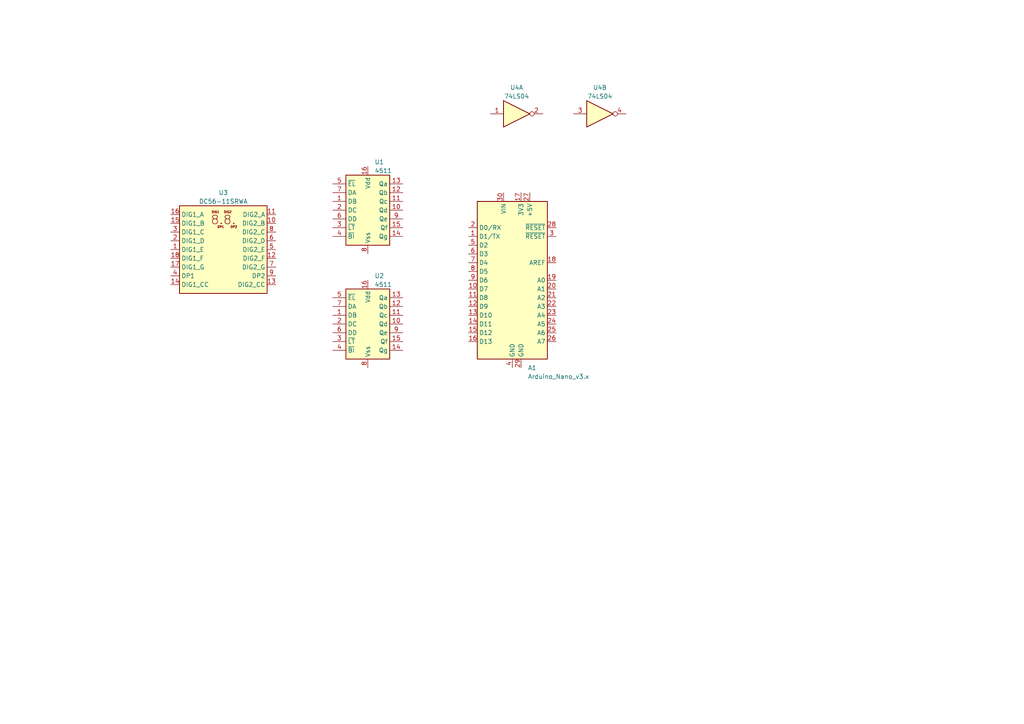
<source format=kicad_sch>
(kicad_sch (version 20230121) (generator eeschema)

  (uuid c63939c5-13f5-40d8-8ccb-4274bd66ae94)

  (paper "A4")

  (lib_symbols
    (symbol "4xxx_IEEE:4511" (in_bom yes) (on_board yes)
      (property "Reference" "U" (at 8.89 11.43 0)
        (effects (font (size 1.27 1.27)))
      )
      (property "Value" "4511" (at 8.89 -11.43 0)
        (effects (font (size 1.27 1.27)))
      )
      (property "Footprint" "" (at 0 0 0)
        (effects (font (size 1.27 1.27)) hide)
      )
      (property "Datasheet" "" (at 0 0 0)
        (effects (font (size 1.27 1.27)) hide)
      )
      (symbol "4511_0_1"
        (rectangle (start -6.35 10.16) (end 6.35 -10.16)
          (stroke (width 0.254) (type default))
          (fill (type background))
        )
      )
      (symbol "4511_1_1"
        (pin input line (at -10.16 2.54 0) (length 3.81)
          (name "DB" (effects (font (size 1.27 1.27))))
          (number "1" (effects (font (size 1.27 1.27))))
        )
        (pin output line (at 10.16 0 180) (length 3.81)
          (name "Qd" (effects (font (size 1.27 1.27))))
          (number "10" (effects (font (size 1.27 1.27))))
        )
        (pin output line (at 10.16 2.54 180) (length 3.81)
          (name "Qc" (effects (font (size 1.27 1.27))))
          (number "11" (effects (font (size 1.27 1.27))))
        )
        (pin output line (at 10.16 5.08 180) (length 3.81)
          (name "Qb" (effects (font (size 1.27 1.27))))
          (number "12" (effects (font (size 1.27 1.27))))
        )
        (pin output line (at 10.16 7.62 180) (length 3.81)
          (name "Qa" (effects (font (size 1.27 1.27))))
          (number "13" (effects (font (size 1.27 1.27))))
        )
        (pin output line (at 10.16 -7.62 180) (length 3.81)
          (name "Qg" (effects (font (size 1.27 1.27))))
          (number "14" (effects (font (size 1.27 1.27))))
        )
        (pin output line (at 10.16 -5.08 180) (length 3.81)
          (name "Qf" (effects (font (size 1.27 1.27))))
          (number "15" (effects (font (size 1.27 1.27))))
        )
        (pin power_in line (at 0 12.7 270) (length 2.54)
          (name "Vdd" (effects (font (size 1.27 1.27))))
          (number "16" (effects (font (size 1.27 1.27))))
        )
        (pin input line (at -10.16 0 0) (length 3.81)
          (name "DC" (effects (font (size 1.27 1.27))))
          (number "2" (effects (font (size 1.27 1.27))))
        )
        (pin input line (at -10.16 -5.08 0) (length 3.81)
          (name "~{LT}" (effects (font (size 1.27 1.27))))
          (number "3" (effects (font (size 1.27 1.27))))
        )
        (pin input line (at -10.16 -7.62 0) (length 3.81)
          (name "~{BI}" (effects (font (size 1.27 1.27))))
          (number "4" (effects (font (size 1.27 1.27))))
        )
        (pin input line (at -10.16 7.62 0) (length 3.81)
          (name "~{EL}" (effects (font (size 1.27 1.27))))
          (number "5" (effects (font (size 1.27 1.27))))
        )
        (pin input line (at -10.16 -2.54 0) (length 3.81)
          (name "DD" (effects (font (size 1.27 1.27))))
          (number "6" (effects (font (size 1.27 1.27))))
        )
        (pin input line (at -10.16 5.08 0) (length 3.81)
          (name "DA" (effects (font (size 1.27 1.27))))
          (number "7" (effects (font (size 1.27 1.27))))
        )
        (pin power_in line (at 0 -12.7 90) (length 2.54)
          (name "Vss" (effects (font (size 1.27 1.27))))
          (number "8" (effects (font (size 1.27 1.27))))
        )
        (pin output line (at 10.16 -2.54 180) (length 3.81)
          (name "Qe" (effects (font (size 1.27 1.27))))
          (number "9" (effects (font (size 1.27 1.27))))
        )
      )
    )
    (symbol "74xx:74LS04" (in_bom yes) (on_board yes)
      (property "Reference" "U" (at 0 1.27 0)
        (effects (font (size 1.27 1.27)))
      )
      (property "Value" "74LS04" (at 0 -1.27 0)
        (effects (font (size 1.27 1.27)))
      )
      (property "Footprint" "" (at 0 0 0)
        (effects (font (size 1.27 1.27)) hide)
      )
      (property "Datasheet" "http://www.ti.com/lit/gpn/sn74LS04" (at 0 0 0)
        (effects (font (size 1.27 1.27)) hide)
      )
      (property "ki_locked" "" (at 0 0 0)
        (effects (font (size 1.27 1.27)))
      )
      (property "ki_keywords" "TTL not inv" (at 0 0 0)
        (effects (font (size 1.27 1.27)) hide)
      )
      (property "ki_description" "Hex Inverter" (at 0 0 0)
        (effects (font (size 1.27 1.27)) hide)
      )
      (property "ki_fp_filters" "DIP*W7.62mm* SSOP?14* TSSOP?14*" (at 0 0 0)
        (effects (font (size 1.27 1.27)) hide)
      )
      (symbol "74LS04_1_0"
        (polyline
          (pts
            (xy -3.81 3.81)
            (xy -3.81 -3.81)
            (xy 3.81 0)
            (xy -3.81 3.81)
          )
          (stroke (width 0.254) (type default))
          (fill (type background))
        )
        (pin input line (at -7.62 0 0) (length 3.81)
          (name "~" (effects (font (size 1.27 1.27))))
          (number "1" (effects (font (size 1.27 1.27))))
        )
        (pin output inverted (at 7.62 0 180) (length 3.81)
          (name "~" (effects (font (size 1.27 1.27))))
          (number "2" (effects (font (size 1.27 1.27))))
        )
      )
      (symbol "74LS04_2_0"
        (polyline
          (pts
            (xy -3.81 3.81)
            (xy -3.81 -3.81)
            (xy 3.81 0)
            (xy -3.81 3.81)
          )
          (stroke (width 0.254) (type default))
          (fill (type background))
        )
        (pin input line (at -7.62 0 0) (length 3.81)
          (name "~" (effects (font (size 1.27 1.27))))
          (number "3" (effects (font (size 1.27 1.27))))
        )
        (pin output inverted (at 7.62 0 180) (length 3.81)
          (name "~" (effects (font (size 1.27 1.27))))
          (number "4" (effects (font (size 1.27 1.27))))
        )
      )
      (symbol "74LS04_3_0"
        (polyline
          (pts
            (xy -3.81 3.81)
            (xy -3.81 -3.81)
            (xy 3.81 0)
            (xy -3.81 3.81)
          )
          (stroke (width 0.254) (type default))
          (fill (type background))
        )
        (pin input line (at -7.62 0 0) (length 3.81)
          (name "~" (effects (font (size 1.27 1.27))))
          (number "5" (effects (font (size 1.27 1.27))))
        )
        (pin output inverted (at 7.62 0 180) (length 3.81)
          (name "~" (effects (font (size 1.27 1.27))))
          (number "6" (effects (font (size 1.27 1.27))))
        )
      )
      (symbol "74LS04_4_0"
        (polyline
          (pts
            (xy -3.81 3.81)
            (xy -3.81 -3.81)
            (xy 3.81 0)
            (xy -3.81 3.81)
          )
          (stroke (width 0.254) (type default))
          (fill (type background))
        )
        (pin output inverted (at 7.62 0 180) (length 3.81)
          (name "~" (effects (font (size 1.27 1.27))))
          (number "8" (effects (font (size 1.27 1.27))))
        )
        (pin input line (at -7.62 0 0) (length 3.81)
          (name "~" (effects (font (size 1.27 1.27))))
          (number "9" (effects (font (size 1.27 1.27))))
        )
      )
      (symbol "74LS04_5_0"
        (polyline
          (pts
            (xy -3.81 3.81)
            (xy -3.81 -3.81)
            (xy 3.81 0)
            (xy -3.81 3.81)
          )
          (stroke (width 0.254) (type default))
          (fill (type background))
        )
        (pin output inverted (at 7.62 0 180) (length 3.81)
          (name "~" (effects (font (size 1.27 1.27))))
          (number "10" (effects (font (size 1.27 1.27))))
        )
        (pin input line (at -7.62 0 0) (length 3.81)
          (name "~" (effects (font (size 1.27 1.27))))
          (number "11" (effects (font (size 1.27 1.27))))
        )
      )
      (symbol "74LS04_6_0"
        (polyline
          (pts
            (xy -3.81 3.81)
            (xy -3.81 -3.81)
            (xy 3.81 0)
            (xy -3.81 3.81)
          )
          (stroke (width 0.254) (type default))
          (fill (type background))
        )
        (pin output inverted (at 7.62 0 180) (length 3.81)
          (name "~" (effects (font (size 1.27 1.27))))
          (number "12" (effects (font (size 1.27 1.27))))
        )
        (pin input line (at -7.62 0 0) (length 3.81)
          (name "~" (effects (font (size 1.27 1.27))))
          (number "13" (effects (font (size 1.27 1.27))))
        )
      )
      (symbol "74LS04_7_0"
        (pin power_in line (at 0 12.7 270) (length 5.08)
          (name "VCC" (effects (font (size 1.27 1.27))))
          (number "14" (effects (font (size 1.27 1.27))))
        )
        (pin power_in line (at 0 -12.7 90) (length 5.08)
          (name "GND" (effects (font (size 1.27 1.27))))
          (number "7" (effects (font (size 1.27 1.27))))
        )
      )
      (symbol "74LS04_7_1"
        (rectangle (start -5.08 7.62) (end 5.08 -7.62)
          (stroke (width 0.254) (type default))
          (fill (type background))
        )
      )
    )
    (symbol "Display_Character:DC56-11SRWA" (in_bom yes) (on_board yes)
      (property "Reference" "U" (at -11.43 13.97 0)
        (effects (font (size 1.27 1.27)))
      )
      (property "Value" "DC56-11SRWA" (at 12.065 13.97 0)
        (effects (font (size 1.27 1.27)) (justify right))
      )
      (property "Footprint" "Display_7Segment:DA56-11SURKWA" (at 0.508 -16.51 0)
        (effects (font (size 1.27 1.27)) hide)
      )
      (property "Datasheet" "http://www.kingbrightusa.com/images/catalog/SPEC/DC56-11SRWA.pdf" (at -3.048 2.54 0)
        (effects (font (size 1.27 1.27)) hide)
      )
      (property "ki_keywords" "display LED 7-segment" (at 0 0 0)
        (effects (font (size 1.27 1.27)) hide)
      )
      (property "ki_description" "Double digit 7 segment super bright red LED common cathode" (at 0 0 0)
        (effects (font (size 1.27 1.27)) hide)
      )
      (property "ki_fp_filters" "*DA56*11*" (at 0 0 0)
        (effects (font (size 1.27 1.27)) hide)
      )
      (symbol "DC56-11SRWA_0_0"
        (text "8.8." (at 0 8.636 0)
          (effects (font (size 2.54 2.54)))
        )
        (text "DIG1" (at -2.286 10.922 0)
          (effects (font (size 0.635 0.635)))
        )
        (text "DIG2" (at 1.27 10.922 0)
          (effects (font (size 0.635 0.635)))
        )
        (text "DP1" (at -0.762 6.604 0)
          (effects (font (size 0.635 0.635)))
        )
        (text "DP2" (at 3.048 6.604 0)
          (effects (font (size 0.635 0.635)))
        )
      )
      (symbol "DC56-11SRWA_0_1"
        (rectangle (start -12.7 12.7) (end 12.7 -12.7)
          (stroke (width 0.254) (type default))
          (fill (type background))
        )
      )
      (symbol "DC56-11SRWA_1_1"
        (pin input line (at -15.24 0 0) (length 2.54)
          (name "DIG1_E" (effects (font (size 1.27 1.27))))
          (number "1" (effects (font (size 1.27 1.27))))
        )
        (pin input line (at 15.24 7.62 180) (length 2.54)
          (name "DIG2_B" (effects (font (size 1.27 1.27))))
          (number "10" (effects (font (size 1.27 1.27))))
        )
        (pin input line (at 15.24 10.16 180) (length 2.54)
          (name "DIG2_A" (effects (font (size 1.27 1.27))))
          (number "11" (effects (font (size 1.27 1.27))))
        )
        (pin input line (at 15.24 -2.54 180) (length 2.54)
          (name "DIG2_F" (effects (font (size 1.27 1.27))))
          (number "12" (effects (font (size 1.27 1.27))))
        )
        (pin input line (at 15.24 -10.16 180) (length 2.54)
          (name "DIG2_CC" (effects (font (size 1.27 1.27))))
          (number "13" (effects (font (size 1.27 1.27))))
        )
        (pin input line (at -15.24 -10.16 0) (length 2.54)
          (name "DIG1_CC" (effects (font (size 1.27 1.27))))
          (number "14" (effects (font (size 1.27 1.27))))
        )
        (pin input line (at -15.24 7.62 0) (length 2.54)
          (name "DIG1_B" (effects (font (size 1.27 1.27))))
          (number "15" (effects (font (size 1.27 1.27))))
        )
        (pin input line (at -15.24 10.16 0) (length 2.54)
          (name "DIG1_A" (effects (font (size 1.27 1.27))))
          (number "16" (effects (font (size 1.27 1.27))))
        )
        (pin input line (at -15.24 -5.08 0) (length 2.54)
          (name "DIG1_G" (effects (font (size 1.27 1.27))))
          (number "17" (effects (font (size 1.27 1.27))))
        )
        (pin input line (at -15.24 -2.54 0) (length 2.54)
          (name "DIG1_F" (effects (font (size 1.27 1.27))))
          (number "18" (effects (font (size 1.27 1.27))))
        )
        (pin input line (at -15.24 2.54 0) (length 2.54)
          (name "DIG1_D" (effects (font (size 1.27 1.27))))
          (number "2" (effects (font (size 1.27 1.27))))
        )
        (pin input line (at -15.24 5.08 0) (length 2.54)
          (name "DIG1_C" (effects (font (size 1.27 1.27))))
          (number "3" (effects (font (size 1.27 1.27))))
        )
        (pin input line (at -15.24 -7.62 0) (length 2.54)
          (name "DP1" (effects (font (size 1.27 1.27))))
          (number "4" (effects (font (size 1.27 1.27))))
        )
        (pin input line (at 15.24 0 180) (length 2.54)
          (name "DIG2_E" (effects (font (size 1.27 1.27))))
          (number "5" (effects (font (size 1.27 1.27))))
        )
        (pin input line (at 15.24 2.54 180) (length 2.54)
          (name "DIG2_D" (effects (font (size 1.27 1.27))))
          (number "6" (effects (font (size 1.27 1.27))))
        )
        (pin input line (at 15.24 -5.08 180) (length 2.54)
          (name "DIG2_G" (effects (font (size 1.27 1.27))))
          (number "7" (effects (font (size 1.27 1.27))))
        )
        (pin input line (at 15.24 5.08 180) (length 2.54)
          (name "DIG2_C" (effects (font (size 1.27 1.27))))
          (number "8" (effects (font (size 1.27 1.27))))
        )
        (pin input line (at 15.24 -7.62 180) (length 2.54)
          (name "DP2" (effects (font (size 1.27 1.27))))
          (number "9" (effects (font (size 1.27 1.27))))
        )
      )
    )
    (symbol "MCU_Module:Arduino_Nano_v3.x" (in_bom yes) (on_board yes)
      (property "Reference" "A" (at -10.16 23.495 0)
        (effects (font (size 1.27 1.27)) (justify left bottom))
      )
      (property "Value" "Arduino_Nano_v3.x" (at 5.08 -24.13 0)
        (effects (font (size 1.27 1.27)) (justify left top))
      )
      (property "Footprint" "Module:Arduino_Nano" (at 0 0 0)
        (effects (font (size 1.27 1.27) italic) hide)
      )
      (property "Datasheet" "http://www.mouser.com/pdfdocs/Gravitech_Arduino_Nano3_0.pdf" (at 0 0 0)
        (effects (font (size 1.27 1.27)) hide)
      )
      (property "ki_keywords" "Arduino nano microcontroller module USB" (at 0 0 0)
        (effects (font (size 1.27 1.27)) hide)
      )
      (property "ki_description" "Arduino Nano v3.x" (at 0 0 0)
        (effects (font (size 1.27 1.27)) hide)
      )
      (property "ki_fp_filters" "Arduino*Nano*" (at 0 0 0)
        (effects (font (size 1.27 1.27)) hide)
      )
      (symbol "Arduino_Nano_v3.x_0_1"
        (rectangle (start -10.16 22.86) (end 10.16 -22.86)
          (stroke (width 0.254) (type default))
          (fill (type background))
        )
      )
      (symbol "Arduino_Nano_v3.x_1_1"
        (pin bidirectional line (at -12.7 12.7 0) (length 2.54)
          (name "D1/TX" (effects (font (size 1.27 1.27))))
          (number "1" (effects (font (size 1.27 1.27))))
        )
        (pin bidirectional line (at -12.7 -2.54 0) (length 2.54)
          (name "D7" (effects (font (size 1.27 1.27))))
          (number "10" (effects (font (size 1.27 1.27))))
        )
        (pin bidirectional line (at -12.7 -5.08 0) (length 2.54)
          (name "D8" (effects (font (size 1.27 1.27))))
          (number "11" (effects (font (size 1.27 1.27))))
        )
        (pin bidirectional line (at -12.7 -7.62 0) (length 2.54)
          (name "D9" (effects (font (size 1.27 1.27))))
          (number "12" (effects (font (size 1.27 1.27))))
        )
        (pin bidirectional line (at -12.7 -10.16 0) (length 2.54)
          (name "D10" (effects (font (size 1.27 1.27))))
          (number "13" (effects (font (size 1.27 1.27))))
        )
        (pin bidirectional line (at -12.7 -12.7 0) (length 2.54)
          (name "D11" (effects (font (size 1.27 1.27))))
          (number "14" (effects (font (size 1.27 1.27))))
        )
        (pin bidirectional line (at -12.7 -15.24 0) (length 2.54)
          (name "D12" (effects (font (size 1.27 1.27))))
          (number "15" (effects (font (size 1.27 1.27))))
        )
        (pin bidirectional line (at -12.7 -17.78 0) (length 2.54)
          (name "D13" (effects (font (size 1.27 1.27))))
          (number "16" (effects (font (size 1.27 1.27))))
        )
        (pin power_out line (at 2.54 25.4 270) (length 2.54)
          (name "3V3" (effects (font (size 1.27 1.27))))
          (number "17" (effects (font (size 1.27 1.27))))
        )
        (pin input line (at 12.7 5.08 180) (length 2.54)
          (name "AREF" (effects (font (size 1.27 1.27))))
          (number "18" (effects (font (size 1.27 1.27))))
        )
        (pin bidirectional line (at 12.7 0 180) (length 2.54)
          (name "A0" (effects (font (size 1.27 1.27))))
          (number "19" (effects (font (size 1.27 1.27))))
        )
        (pin bidirectional line (at -12.7 15.24 0) (length 2.54)
          (name "D0/RX" (effects (font (size 1.27 1.27))))
          (number "2" (effects (font (size 1.27 1.27))))
        )
        (pin bidirectional line (at 12.7 -2.54 180) (length 2.54)
          (name "A1" (effects (font (size 1.27 1.27))))
          (number "20" (effects (font (size 1.27 1.27))))
        )
        (pin bidirectional line (at 12.7 -5.08 180) (length 2.54)
          (name "A2" (effects (font (size 1.27 1.27))))
          (number "21" (effects (font (size 1.27 1.27))))
        )
        (pin bidirectional line (at 12.7 -7.62 180) (length 2.54)
          (name "A3" (effects (font (size 1.27 1.27))))
          (number "22" (effects (font (size 1.27 1.27))))
        )
        (pin bidirectional line (at 12.7 -10.16 180) (length 2.54)
          (name "A4" (effects (font (size 1.27 1.27))))
          (number "23" (effects (font (size 1.27 1.27))))
        )
        (pin bidirectional line (at 12.7 -12.7 180) (length 2.54)
          (name "A5" (effects (font (size 1.27 1.27))))
          (number "24" (effects (font (size 1.27 1.27))))
        )
        (pin bidirectional line (at 12.7 -15.24 180) (length 2.54)
          (name "A6" (effects (font (size 1.27 1.27))))
          (number "25" (effects (font (size 1.27 1.27))))
        )
        (pin bidirectional line (at 12.7 -17.78 180) (length 2.54)
          (name "A7" (effects (font (size 1.27 1.27))))
          (number "26" (effects (font (size 1.27 1.27))))
        )
        (pin power_out line (at 5.08 25.4 270) (length 2.54)
          (name "+5V" (effects (font (size 1.27 1.27))))
          (number "27" (effects (font (size 1.27 1.27))))
        )
        (pin input line (at 12.7 15.24 180) (length 2.54)
          (name "~{RESET}" (effects (font (size 1.27 1.27))))
          (number "28" (effects (font (size 1.27 1.27))))
        )
        (pin power_in line (at 2.54 -25.4 90) (length 2.54)
          (name "GND" (effects (font (size 1.27 1.27))))
          (number "29" (effects (font (size 1.27 1.27))))
        )
        (pin input line (at 12.7 12.7 180) (length 2.54)
          (name "~{RESET}" (effects (font (size 1.27 1.27))))
          (number "3" (effects (font (size 1.27 1.27))))
        )
        (pin power_in line (at -2.54 25.4 270) (length 2.54)
          (name "VIN" (effects (font (size 1.27 1.27))))
          (number "30" (effects (font (size 1.27 1.27))))
        )
        (pin power_in line (at 0 -25.4 90) (length 2.54)
          (name "GND" (effects (font (size 1.27 1.27))))
          (number "4" (effects (font (size 1.27 1.27))))
        )
        (pin bidirectional line (at -12.7 10.16 0) (length 2.54)
          (name "D2" (effects (font (size 1.27 1.27))))
          (number "5" (effects (font (size 1.27 1.27))))
        )
        (pin bidirectional line (at -12.7 7.62 0) (length 2.54)
          (name "D3" (effects (font (size 1.27 1.27))))
          (number "6" (effects (font (size 1.27 1.27))))
        )
        (pin bidirectional line (at -12.7 5.08 0) (length 2.54)
          (name "D4" (effects (font (size 1.27 1.27))))
          (number "7" (effects (font (size 1.27 1.27))))
        )
        (pin bidirectional line (at -12.7 2.54 0) (length 2.54)
          (name "D5" (effects (font (size 1.27 1.27))))
          (number "8" (effects (font (size 1.27 1.27))))
        )
        (pin bidirectional line (at -12.7 0 0) (length 2.54)
          (name "D6" (effects (font (size 1.27 1.27))))
          (number "9" (effects (font (size 1.27 1.27))))
        )
      )
    )
  )


  (symbol (lib_id "4xxx_IEEE:4511") (at 106.68 60.96 0) (unit 1)
    (in_bom yes) (on_board yes) (dnp no) (fields_autoplaced)
    (uuid 0d31bd34-bafe-4cf3-8708-4af437b90fdf)
    (property "Reference" "U1" (at 108.6359 46.99 0)
      (effects (font (size 1.27 1.27)) (justify left))
    )
    (property "Value" "4511" (at 108.6359 49.53 0)
      (effects (font (size 1.27 1.27)) (justify left))
    )
    (property "Footprint" "" (at 106.68 60.96 0)
      (effects (font (size 1.27 1.27)) hide)
    )
    (property "Datasheet" "" (at 106.68 60.96 0)
      (effects (font (size 1.27 1.27)) hide)
    )
    (pin "1" (uuid 4390b300-d340-43fd-b27c-4e9d331a06f2))
    (pin "10" (uuid 2b65780e-3eac-4e9c-ba5f-9f83f99979b9))
    (pin "11" (uuid ea592674-bd46-4196-8aa6-91cade2aac47))
    (pin "12" (uuid cb977096-b013-468c-bf37-703c0d5e2a98))
    (pin "13" (uuid afe97685-3835-49ef-9eff-76f7fb313584))
    (pin "14" (uuid bcd12c58-601c-493c-92e2-eb3fdb5ef735))
    (pin "15" (uuid 3626f048-1f70-45da-9f35-c90d3e90c7d9))
    (pin "16" (uuid e503ad2d-5ef6-438c-90cb-8b05dd86db41))
    (pin "2" (uuid 5a21dcea-d6ed-454d-9035-faca7744c665))
    (pin "3" (uuid 82c1de39-161c-48db-bb2e-1f19a53c5743))
    (pin "4" (uuid 03a5c1d3-be36-4e9c-83c8-67f0462a38c7))
    (pin "5" (uuid ea5af4cc-fbf4-44c0-8e45-0a514affc1be))
    (pin "6" (uuid 8f37f3a5-2bca-424f-beb1-d8c7fe1c6be2))
    (pin "7" (uuid 50861e0a-daf7-4379-81bf-577e52ba3308))
    (pin "8" (uuid 4b843046-84ce-491b-b5b4-8c97fac61168))
    (pin "9" (uuid 27a365ba-9322-4039-88cb-74a8a4a794cf))
    (instances
      (project "tachometer"
        (path "/c63939c5-13f5-40d8-8ccb-4274bd66ae94"
          (reference "U1") (unit 1)
        )
      )
    )
  )

  (symbol (lib_id "MCU_Module:Arduino_Nano_v3.x") (at 148.59 81.28 0) (unit 1)
    (in_bom yes) (on_board yes) (dnp no) (fields_autoplaced)
    (uuid 0e0ffde4-c592-46a0-97b8-802ec59be9a8)
    (property "Reference" "A1" (at 153.0859 106.68 0)
      (effects (font (size 1.27 1.27)) (justify left))
    )
    (property "Value" "Arduino_Nano_v3.x" (at 153.0859 109.22 0)
      (effects (font (size 1.27 1.27)) (justify left))
    )
    (property "Footprint" "Module:Arduino_Nano" (at 148.59 81.28 0)
      (effects (font (size 1.27 1.27) italic) hide)
    )
    (property "Datasheet" "http://www.mouser.com/pdfdocs/Gravitech_Arduino_Nano3_0.pdf" (at 148.59 81.28 0)
      (effects (font (size 1.27 1.27)) hide)
    )
    (pin "1" (uuid 5e22eaad-28cc-4861-a25c-38300055b8c8))
    (pin "10" (uuid b556724a-f0c1-4c26-9b8f-d286e44a35e6))
    (pin "11" (uuid 34f2839a-9433-4191-a722-10117e67f5d7))
    (pin "12" (uuid f3c07ccc-6fdb-4497-9142-ab6ce7be89b9))
    (pin "13" (uuid c5ebf10c-3daa-4306-bd2f-991d0d050621))
    (pin "14" (uuid 52a04b71-9bf9-42d4-82de-276d71c6ed9a))
    (pin "15" (uuid 1d1eb4d7-fc33-4969-bfcc-c25f48401f83))
    (pin "16" (uuid a1acf416-83da-4dd6-8d06-a72fef6c1f0c))
    (pin "17" (uuid 5899a780-4934-439a-bec0-48eb36542c73))
    (pin "18" (uuid 53d246da-c428-4d5a-bf6b-21e1008c38b2))
    (pin "19" (uuid ff5110fd-a746-44c3-9387-aa3e0e5efede))
    (pin "2" (uuid d7b3db4e-7e6d-4d2c-87b9-c0bb936c82a7))
    (pin "20" (uuid b87e00f8-dbaf-4f5d-8cad-e8b7ce825bd8))
    (pin "21" (uuid c284bafa-ac70-4a6d-adad-0bb386d77e75))
    (pin "22" (uuid f955dcbe-0818-4bbb-bba0-a83c758f3e84))
    (pin "23" (uuid 02e48905-7516-4d62-bca3-361fae0506c9))
    (pin "24" (uuid 674986f7-49a5-4876-b346-cb373635ea4f))
    (pin "25" (uuid c37cf3c2-e95c-42e9-a5af-f248b184e54c))
    (pin "26" (uuid 3d1753d0-cbc3-41bd-bb1c-b015deaa71bc))
    (pin "27" (uuid 657f0c73-91e6-4b48-891c-e2f6ed901f4c))
    (pin "28" (uuid 8a60583f-9dfc-4c92-898d-29de7e3099e2))
    (pin "29" (uuid 07c8995c-2683-4199-bd88-59f568e1ffdd))
    (pin "3" (uuid 3bc9483b-7a6e-4865-b51a-4ecd6fd85c8b))
    (pin "30" (uuid a3b76293-b749-4c64-b65e-6308f8c5aad7))
    (pin "4" (uuid f8c1cebd-e57c-4ee4-99e1-d729b48b4835))
    (pin "5" (uuid a3e218ba-c372-478d-8d3b-c8f34d35577c))
    (pin "6" (uuid ab15f654-7902-451b-9943-30e4b87cee87))
    (pin "7" (uuid 3d39aa5d-bd24-491f-a5ff-1deeb046f11c))
    (pin "8" (uuid f155a68c-ef76-44da-8e8f-01bbc2020869))
    (pin "9" (uuid c0fd9a97-586a-4192-b578-a90fd476481a))
    (instances
      (project "tachometer"
        (path "/c63939c5-13f5-40d8-8ccb-4274bd66ae94"
          (reference "A1") (unit 1)
        )
      )
    )
  )

  (symbol (lib_id "74xx:74LS04") (at 149.86 33.02 0) (unit 1)
    (in_bom yes) (on_board yes) (dnp no)
    (uuid 1764bf10-bfd5-49ab-ad95-aa291e752aa2)
    (property "Reference" "U4" (at 149.86 25.4 0)
      (effects (font (size 1.27 1.27)))
    )
    (property "Value" "74LS04" (at 149.86 27.94 0)
      (effects (font (size 1.27 1.27)))
    )
    (property "Footprint" "" (at 149.86 33.02 0)
      (effects (font (size 1.27 1.27)) hide)
    )
    (property "Datasheet" "http://www.ti.com/lit/gpn/sn74LS04" (at 149.86 33.02 0)
      (effects (font (size 1.27 1.27)) hide)
    )
    (pin "1" (uuid 4c135a39-af7d-4110-a153-3a450bb4fda5))
    (pin "2" (uuid 72c76aa1-e5a3-4b7b-8c37-e668b757c1bd))
    (pin "3" (uuid 2d714e84-9e93-459a-8438-59486547fc1f))
    (pin "4" (uuid 21ccb8ae-d7c0-4bec-80c2-d38f9c1c4ee9))
    (pin "5" (uuid 5fe12281-a282-4156-958e-47898fa539fd))
    (pin "6" (uuid d256250f-7b9f-4fd4-ab19-2e9a32ec3d48))
    (pin "8" (uuid ef9a0591-447c-4521-bca0-17a3c2a50b9b))
    (pin "9" (uuid 5dafdd32-6991-478e-b55e-14454f9a4331))
    (pin "10" (uuid 231fdd21-303e-4906-a4e4-b99f642871ac))
    (pin "11" (uuid c282f1e4-5879-494b-9077-c5d91fcc1262))
    (pin "12" (uuid dbc9e27e-ac15-4700-a3c4-a5df4d8ae1a1))
    (pin "13" (uuid 3fd1e4de-ec7a-4665-8423-7a401cd90665))
    (pin "14" (uuid 88acbc6d-53b8-42ae-8d84-4734e969f380))
    (pin "7" (uuid 611a4f74-8fd9-4bd4-9489-fbcf1efb31d5))
    (instances
      (project "tachometer"
        (path "/c63939c5-13f5-40d8-8ccb-4274bd66ae94"
          (reference "U4") (unit 1)
        )
      )
    )
  )

  (symbol (lib_id "74xx:74LS04") (at 173.99 33.02 0) (unit 2)
    (in_bom yes) (on_board yes) (dnp no) (fields_autoplaced)
    (uuid 942c1a45-ab7e-4334-b747-36cb972e97fc)
    (property "Reference" "U4" (at 173.99 25.4 0)
      (effects (font (size 1.27 1.27)))
    )
    (property "Value" "74LS04" (at 173.99 27.94 0)
      (effects (font (size 1.27 1.27)))
    )
    (property "Footprint" "" (at 173.99 33.02 0)
      (effects (font (size 1.27 1.27)) hide)
    )
    (property "Datasheet" "http://www.ti.com/lit/gpn/sn74LS04" (at 173.99 33.02 0)
      (effects (font (size 1.27 1.27)) hide)
    )
    (pin "1" (uuid c9de3d7e-3823-4634-ac42-1e81f07e76b6))
    (pin "2" (uuid 0269746e-bc16-40f6-a294-5ba97950b438))
    (pin "3" (uuid 8a4b8272-9b09-4cc6-884b-70c73a159c04))
    (pin "4" (uuid ffaf60db-f074-4ff0-88ab-f1bbfaad60ce))
    (pin "5" (uuid e00b4e56-b9d0-4c0c-892a-5d88a342b23e))
    (pin "6" (uuid 769198c3-dc80-482d-85cc-02a33d1e9a97))
    (pin "8" (uuid 4a598968-7101-4ed5-a8f2-9fdc9ec163f8))
    (pin "9" (uuid 169603d0-3b87-4582-809f-1434a5b42b36))
    (pin "10" (uuid cae56f0e-18d3-4991-9c4d-b3edf335d5a5))
    (pin "11" (uuid ee885e6f-e3f5-47c3-b396-7e0030ab589d))
    (pin "12" (uuid 815cbed6-4d73-49d1-a600-491045c5c18e))
    (pin "13" (uuid 6b0b0cb8-06c5-4358-b0de-6fdbc6fcd721))
    (pin "14" (uuid ad2a4980-cb1c-4545-8655-8231b474359d))
    (pin "7" (uuid 64188b11-1b90-4ca5-9e8e-cf869d86d5cb))
    (instances
      (project "tachometer"
        (path "/c63939c5-13f5-40d8-8ccb-4274bd66ae94"
          (reference "U4") (unit 2)
        )
      )
    )
  )

  (symbol (lib_id "Display_Character:DC56-11SRWA") (at 64.77 72.39 0) (unit 1)
    (in_bom yes) (on_board yes) (dnp no) (fields_autoplaced)
    (uuid deb25c44-8bc4-4309-8b21-24c849e04c13)
    (property "Reference" "U3" (at 64.77 55.88 0)
      (effects (font (size 1.27 1.27)))
    )
    (property "Value" "DC56-11SRWA" (at 64.77 58.42 0)
      (effects (font (size 1.27 1.27)))
    )
    (property "Footprint" "Display_7Segment:DA56-11SURKWA" (at 65.278 88.9 0)
      (effects (font (size 1.27 1.27)) hide)
    )
    (property "Datasheet" "http://www.kingbrightusa.com/images/catalog/SPEC/DC56-11SRWA.pdf" (at 61.722 69.85 0)
      (effects (font (size 1.27 1.27)) hide)
    )
    (pin "1" (uuid 6a066540-d08e-461c-a916-f4bdb8707a10))
    (pin "10" (uuid 6e227f93-99b2-4146-8529-9f9f9a38d4ef))
    (pin "11" (uuid 3c4958f8-1fcb-46f2-b1ff-f85e701fa008))
    (pin "12" (uuid 49bd2ea9-8509-45dc-84e1-9976bf82861d))
    (pin "13" (uuid 973373e3-cb59-408b-88f2-9be52b11235e))
    (pin "14" (uuid d91cf187-8a90-4628-8f38-de483b948f55))
    (pin "15" (uuid 39aa38ce-45c4-44b5-abd3-042acc78b386))
    (pin "16" (uuid 2e63f332-074c-4c5e-b3b8-0be5223f6ac0))
    (pin "17" (uuid a0813fcc-3b19-40a4-ae68-df9eebb5ad70))
    (pin "18" (uuid 0e6467aa-8081-45bc-9575-d4660b423006))
    (pin "2" (uuid d3f6ff87-bdee-4a90-8488-dffebc042132))
    (pin "3" (uuid 286436ea-08af-4de0-bed0-66bd9fc28cd5))
    (pin "4" (uuid 2a02c430-6e5f-46ec-bc83-66e6b5fb1840))
    (pin "5" (uuid 757dc54a-6389-4ba7-b04b-d2bc341ac92b))
    (pin "6" (uuid 154c1c04-d642-4ef9-8d4b-31e236d7f4bf))
    (pin "7" (uuid 2791b144-1e5b-4190-b42d-a62cf6317cd4))
    (pin "8" (uuid 36c5ab43-cb52-4d87-8413-9bb93c207753))
    (pin "9" (uuid ebcecbf4-2eb3-454f-aee3-eca519322745))
    (instances
      (project "tachometer"
        (path "/c63939c5-13f5-40d8-8ccb-4274bd66ae94"
          (reference "U3") (unit 1)
        )
      )
    )
  )

  (symbol (lib_id "4xxx_IEEE:4511") (at 106.68 93.98 0) (unit 1)
    (in_bom yes) (on_board yes) (dnp no) (fields_autoplaced)
    (uuid e10a1f4f-610b-4f24-8a41-070382e94fbe)
    (property "Reference" "U2" (at 108.6359 80.01 0)
      (effects (font (size 1.27 1.27)) (justify left))
    )
    (property "Value" "4511" (at 108.6359 82.55 0)
      (effects (font (size 1.27 1.27)) (justify left))
    )
    (property "Footprint" "" (at 106.68 93.98 0)
      (effects (font (size 1.27 1.27)) hide)
    )
    (property "Datasheet" "" (at 106.68 93.98 0)
      (effects (font (size 1.27 1.27)) hide)
    )
    (pin "1" (uuid eaba7b3b-f6f2-462e-ab73-4d741833b305))
    (pin "10" (uuid 722c669b-75fd-4ca4-9fbc-cff5e396d502))
    (pin "11" (uuid 185f647e-c69d-4c9f-a05e-6891130042a0))
    (pin "12" (uuid 6b80c828-84c0-45f7-b5c5-317fdfc666c8))
    (pin "13" (uuid f9a2b6dc-c916-4ced-a7f6-5b40f458d4ef))
    (pin "14" (uuid 12fd6e8f-7230-4670-9354-f6dca8683794))
    (pin "15" (uuid c180f18d-2958-437c-8f21-aec7a65adcfc))
    (pin "16" (uuid a110ebcd-58f6-4ead-8b35-a3b4745584de))
    (pin "2" (uuid eeed464e-b566-4209-9534-980e54f19656))
    (pin "3" (uuid 326ea6f1-02e0-4267-b613-bb4482606bff))
    (pin "4" (uuid fc44d5e7-4440-4b8e-97e2-610fa27b8244))
    (pin "5" (uuid 5a38297f-afff-4941-80ef-9d26f6decf4f))
    (pin "6" (uuid 3dd33fe4-444a-4006-bfc6-da77c12c70b7))
    (pin "7" (uuid 6a1e5c69-bf88-4bdc-a518-b8773b480a06))
    (pin "8" (uuid d48d4209-d94f-415e-bfd6-19df406d7208))
    (pin "9" (uuid b6c1b6db-c1e8-48b6-a13a-d45d4bd1ed64))
    (instances
      (project "tachometer"
        (path "/c63939c5-13f5-40d8-8ccb-4274bd66ae94"
          (reference "U2") (unit 1)
        )
      )
    )
  )

  (sheet_instances
    (path "/" (page "1"))
  )
)

</source>
